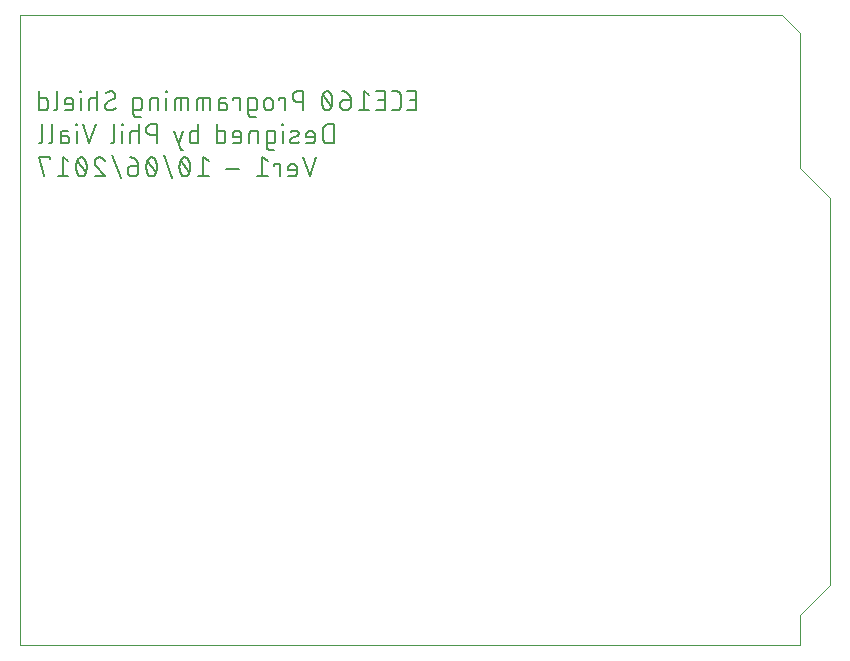
<source format=gbo>
G75*
%MOIN*%
%OFA0B0*%
%FSLAX25Y25*%
%IPPOS*%
%LPD*%
%AMOC8*
5,1,8,0,0,1.08239X$1,22.5*
%
%ADD10C,0.00600*%
%ADD11C,0.00000*%
D10*
X0013078Y0161300D02*
X0011300Y0167700D01*
X0014856Y0167700D01*
X0014856Y0166989D01*
X0019232Y0167700D02*
X0019232Y0161300D01*
X0021010Y0161300D02*
X0017454Y0161300D01*
X0026630Y0162189D02*
X0026690Y0162316D01*
X0026746Y0162445D01*
X0026799Y0162575D01*
X0026849Y0162707D01*
X0026895Y0162840D01*
X0026937Y0162974D01*
X0026976Y0163109D01*
X0027012Y0163246D01*
X0027043Y0163383D01*
X0027071Y0163521D01*
X0027096Y0163659D01*
X0027116Y0163798D01*
X0027133Y0163938D01*
X0027146Y0164078D01*
X0027155Y0164219D01*
X0027161Y0164359D01*
X0027163Y0164500D01*
X0023608Y0164500D02*
X0023610Y0164641D01*
X0023616Y0164781D01*
X0023625Y0164922D01*
X0023638Y0165062D01*
X0023655Y0165202D01*
X0023675Y0165341D01*
X0023700Y0165479D01*
X0023728Y0165617D01*
X0023759Y0165754D01*
X0023795Y0165891D01*
X0023834Y0166026D01*
X0023876Y0166160D01*
X0023922Y0166293D01*
X0023972Y0166425D01*
X0024025Y0166555D01*
X0024081Y0166684D01*
X0024141Y0166811D01*
X0023964Y0166278D02*
X0026808Y0162722D01*
X0025386Y0161300D02*
X0025315Y0161302D01*
X0025244Y0161308D01*
X0025174Y0161317D01*
X0025104Y0161331D01*
X0025035Y0161348D01*
X0024968Y0161368D01*
X0024901Y0161393D01*
X0024836Y0161421D01*
X0024772Y0161452D01*
X0024710Y0161487D01*
X0024650Y0161525D01*
X0024593Y0161566D01*
X0024537Y0161610D01*
X0024484Y0161658D01*
X0024434Y0161708D01*
X0024386Y0161760D01*
X0024341Y0161815D01*
X0024300Y0161873D01*
X0024261Y0161933D01*
X0024226Y0161994D01*
X0024194Y0162058D01*
X0024166Y0162123D01*
X0024141Y0162189D01*
X0025386Y0161300D02*
X0025457Y0161302D01*
X0025528Y0161308D01*
X0025598Y0161317D01*
X0025668Y0161331D01*
X0025737Y0161348D01*
X0025804Y0161368D01*
X0025871Y0161393D01*
X0025936Y0161421D01*
X0026000Y0161452D01*
X0026062Y0161487D01*
X0026122Y0161525D01*
X0026180Y0161566D01*
X0026235Y0161610D01*
X0026288Y0161658D01*
X0026338Y0161708D01*
X0026386Y0161760D01*
X0026431Y0161815D01*
X0026472Y0161873D01*
X0026511Y0161933D01*
X0026546Y0161994D01*
X0026578Y0162058D01*
X0026606Y0162123D01*
X0026631Y0162189D01*
X0024141Y0162189D02*
X0024081Y0162316D01*
X0024025Y0162445D01*
X0023972Y0162575D01*
X0023922Y0162707D01*
X0023876Y0162840D01*
X0023834Y0162974D01*
X0023795Y0163109D01*
X0023759Y0163246D01*
X0023728Y0163383D01*
X0023700Y0163521D01*
X0023675Y0163659D01*
X0023655Y0163798D01*
X0023638Y0163938D01*
X0023625Y0164078D01*
X0023616Y0164219D01*
X0023610Y0164359D01*
X0023608Y0164500D01*
X0027164Y0164500D02*
X0027162Y0164641D01*
X0027156Y0164781D01*
X0027147Y0164922D01*
X0027134Y0165062D01*
X0027117Y0165202D01*
X0027097Y0165341D01*
X0027072Y0165479D01*
X0027044Y0165617D01*
X0027013Y0165754D01*
X0026977Y0165891D01*
X0026938Y0166026D01*
X0026896Y0166160D01*
X0026850Y0166293D01*
X0026800Y0166425D01*
X0026747Y0166555D01*
X0026691Y0166684D01*
X0026631Y0166811D01*
X0026606Y0166877D01*
X0026578Y0166942D01*
X0026546Y0167006D01*
X0026511Y0167067D01*
X0026472Y0167127D01*
X0026431Y0167185D01*
X0026386Y0167240D01*
X0026338Y0167292D01*
X0026288Y0167342D01*
X0026235Y0167390D01*
X0026180Y0167434D01*
X0026122Y0167475D01*
X0026062Y0167513D01*
X0026000Y0167548D01*
X0025936Y0167579D01*
X0025871Y0167607D01*
X0025804Y0167632D01*
X0025737Y0167652D01*
X0025668Y0167669D01*
X0025598Y0167683D01*
X0025528Y0167692D01*
X0025457Y0167698D01*
X0025386Y0167700D01*
X0025315Y0167698D01*
X0025244Y0167692D01*
X0025174Y0167683D01*
X0025104Y0167669D01*
X0025035Y0167652D01*
X0024968Y0167632D01*
X0024901Y0167607D01*
X0024836Y0167579D01*
X0024772Y0167548D01*
X0024710Y0167513D01*
X0024650Y0167475D01*
X0024593Y0167434D01*
X0024537Y0167390D01*
X0024484Y0167342D01*
X0024434Y0167292D01*
X0024386Y0167240D01*
X0024341Y0167185D01*
X0024300Y0167127D01*
X0024261Y0167067D01*
X0024226Y0167006D01*
X0024194Y0166942D01*
X0024166Y0166877D01*
X0024141Y0166811D01*
X0021010Y0166278D02*
X0019232Y0167700D01*
X0018465Y0172300D02*
X0018465Y0175500D01*
X0018465Y0174789D02*
X0020065Y0174789D01*
X0018465Y0175500D02*
X0018467Y0175564D01*
X0018473Y0175629D01*
X0018482Y0175692D01*
X0018496Y0175755D01*
X0018513Y0175817D01*
X0018534Y0175878D01*
X0018559Y0175938D01*
X0018587Y0175996D01*
X0018619Y0176052D01*
X0018654Y0176106D01*
X0018692Y0176158D01*
X0018733Y0176208D01*
X0018778Y0176254D01*
X0018824Y0176299D01*
X0018874Y0176340D01*
X0018926Y0176378D01*
X0018980Y0176413D01*
X0019036Y0176445D01*
X0019094Y0176473D01*
X0019154Y0176498D01*
X0019215Y0176519D01*
X0019277Y0176536D01*
X0019340Y0176550D01*
X0019403Y0176559D01*
X0019468Y0176565D01*
X0019532Y0176567D01*
X0020954Y0176567D01*
X0023756Y0176567D02*
X0023756Y0172300D01*
X0020065Y0172300D02*
X0018465Y0172300D01*
X0020065Y0172300D02*
X0020135Y0172302D01*
X0020204Y0172308D01*
X0020273Y0172318D01*
X0020342Y0172331D01*
X0020409Y0172349D01*
X0020476Y0172370D01*
X0020541Y0172395D01*
X0020605Y0172423D01*
X0020667Y0172455D01*
X0020727Y0172491D01*
X0020785Y0172529D01*
X0020841Y0172571D01*
X0020894Y0172616D01*
X0020945Y0172664D01*
X0020993Y0172715D01*
X0021038Y0172768D01*
X0021080Y0172824D01*
X0021118Y0172882D01*
X0021154Y0172942D01*
X0021186Y0173004D01*
X0021214Y0173068D01*
X0021239Y0173133D01*
X0021260Y0173200D01*
X0021278Y0173267D01*
X0021291Y0173336D01*
X0021301Y0173405D01*
X0021307Y0173474D01*
X0021309Y0173544D01*
X0021307Y0173614D01*
X0021301Y0173683D01*
X0021291Y0173752D01*
X0021278Y0173821D01*
X0021260Y0173888D01*
X0021239Y0173955D01*
X0021214Y0174020D01*
X0021186Y0174084D01*
X0021154Y0174146D01*
X0021118Y0174206D01*
X0021080Y0174264D01*
X0021038Y0174320D01*
X0020993Y0174373D01*
X0020945Y0174424D01*
X0020894Y0174472D01*
X0020841Y0174517D01*
X0020785Y0174559D01*
X0020727Y0174597D01*
X0020667Y0174633D01*
X0020605Y0174665D01*
X0020541Y0174693D01*
X0020476Y0174718D01*
X0020409Y0174739D01*
X0020342Y0174757D01*
X0020273Y0174770D01*
X0020204Y0174780D01*
X0020135Y0174786D01*
X0020065Y0174788D01*
X0023578Y0178344D02*
X0023934Y0178344D01*
X0023934Y0178700D01*
X0023578Y0178700D01*
X0023578Y0178344D01*
X0025931Y0178700D02*
X0028064Y0172300D01*
X0030197Y0178700D01*
X0030731Y0183300D02*
X0030731Y0189700D01*
X0030731Y0187567D02*
X0028954Y0187567D01*
X0028890Y0187565D01*
X0028825Y0187559D01*
X0028762Y0187550D01*
X0028699Y0187536D01*
X0028637Y0187519D01*
X0028576Y0187498D01*
X0028516Y0187473D01*
X0028458Y0187445D01*
X0028402Y0187413D01*
X0028348Y0187378D01*
X0028296Y0187340D01*
X0028246Y0187299D01*
X0028200Y0187254D01*
X0028155Y0187208D01*
X0028114Y0187158D01*
X0028076Y0187106D01*
X0028041Y0187052D01*
X0028009Y0186996D01*
X0027981Y0186938D01*
X0027956Y0186878D01*
X0027935Y0186817D01*
X0027918Y0186755D01*
X0027904Y0186692D01*
X0027895Y0186629D01*
X0027889Y0186564D01*
X0027887Y0186500D01*
X0027887Y0183300D01*
X0025207Y0183300D02*
X0025207Y0187567D01*
X0025029Y0189344D02*
X0025384Y0189344D01*
X0025384Y0189700D01*
X0025029Y0189700D01*
X0025029Y0189344D01*
X0022731Y0186144D02*
X0022731Y0184367D01*
X0022731Y0185433D02*
X0019887Y0185433D01*
X0019887Y0186144D01*
X0019889Y0186218D01*
X0019895Y0186293D01*
X0019905Y0186366D01*
X0019918Y0186440D01*
X0019935Y0186512D01*
X0019957Y0186583D01*
X0019981Y0186654D01*
X0020010Y0186722D01*
X0020042Y0186790D01*
X0020078Y0186855D01*
X0020116Y0186918D01*
X0020159Y0186980D01*
X0020204Y0187039D01*
X0020252Y0187096D01*
X0020303Y0187150D01*
X0020357Y0187201D01*
X0020414Y0187249D01*
X0020473Y0187294D01*
X0020535Y0187337D01*
X0020598Y0187375D01*
X0020663Y0187411D01*
X0020731Y0187443D01*
X0020799Y0187472D01*
X0020870Y0187496D01*
X0020941Y0187518D01*
X0021013Y0187535D01*
X0021087Y0187548D01*
X0021160Y0187558D01*
X0021235Y0187564D01*
X0021309Y0187566D01*
X0021383Y0187564D01*
X0021458Y0187558D01*
X0021531Y0187548D01*
X0021605Y0187535D01*
X0021677Y0187518D01*
X0021748Y0187496D01*
X0021819Y0187472D01*
X0021887Y0187443D01*
X0021955Y0187411D01*
X0022020Y0187375D01*
X0022083Y0187337D01*
X0022145Y0187294D01*
X0022204Y0187249D01*
X0022261Y0187201D01*
X0022315Y0187150D01*
X0022366Y0187096D01*
X0022414Y0187039D01*
X0022459Y0186980D01*
X0022502Y0186918D01*
X0022540Y0186855D01*
X0022576Y0186790D01*
X0022608Y0186722D01*
X0022637Y0186654D01*
X0022661Y0186583D01*
X0022683Y0186512D01*
X0022700Y0186440D01*
X0022713Y0186366D01*
X0022723Y0186293D01*
X0022729Y0186218D01*
X0022731Y0186144D01*
X0022732Y0184367D02*
X0022730Y0184303D01*
X0022724Y0184238D01*
X0022715Y0184175D01*
X0022701Y0184112D01*
X0022684Y0184050D01*
X0022663Y0183989D01*
X0022638Y0183929D01*
X0022610Y0183871D01*
X0022578Y0183815D01*
X0022543Y0183761D01*
X0022505Y0183709D01*
X0022464Y0183659D01*
X0022419Y0183613D01*
X0022373Y0183568D01*
X0022323Y0183527D01*
X0022271Y0183489D01*
X0022217Y0183454D01*
X0022161Y0183422D01*
X0022103Y0183394D01*
X0022043Y0183369D01*
X0021982Y0183348D01*
X0021920Y0183331D01*
X0021857Y0183317D01*
X0021794Y0183308D01*
X0021729Y0183302D01*
X0021665Y0183300D01*
X0019887Y0183300D01*
X0017304Y0184367D02*
X0017304Y0189700D01*
X0014144Y0186500D02*
X0014144Y0184367D01*
X0014145Y0184367D02*
X0014143Y0184303D01*
X0014137Y0184238D01*
X0014128Y0184175D01*
X0014114Y0184112D01*
X0014097Y0184050D01*
X0014076Y0183989D01*
X0014051Y0183929D01*
X0014023Y0183871D01*
X0013991Y0183815D01*
X0013956Y0183761D01*
X0013918Y0183709D01*
X0013877Y0183659D01*
X0013832Y0183613D01*
X0013786Y0183568D01*
X0013736Y0183527D01*
X0013684Y0183489D01*
X0013630Y0183454D01*
X0013574Y0183422D01*
X0013516Y0183394D01*
X0013456Y0183369D01*
X0013395Y0183348D01*
X0013333Y0183331D01*
X0013270Y0183317D01*
X0013207Y0183308D01*
X0013142Y0183302D01*
X0013078Y0183300D01*
X0011300Y0183300D01*
X0011300Y0189700D01*
X0011300Y0187567D02*
X0013078Y0187567D01*
X0013142Y0187565D01*
X0013207Y0187559D01*
X0013270Y0187550D01*
X0013333Y0187536D01*
X0013395Y0187519D01*
X0013456Y0187498D01*
X0013516Y0187473D01*
X0013574Y0187445D01*
X0013630Y0187413D01*
X0013684Y0187378D01*
X0013736Y0187340D01*
X0013786Y0187299D01*
X0013832Y0187254D01*
X0013877Y0187208D01*
X0013918Y0187158D01*
X0013956Y0187106D01*
X0013991Y0187052D01*
X0014023Y0186996D01*
X0014051Y0186938D01*
X0014076Y0186878D01*
X0014097Y0186817D01*
X0014114Y0186755D01*
X0014128Y0186692D01*
X0014137Y0186629D01*
X0014143Y0186564D01*
X0014145Y0186500D01*
X0017305Y0184367D02*
X0017303Y0184303D01*
X0017297Y0184238D01*
X0017288Y0184175D01*
X0017274Y0184112D01*
X0017257Y0184050D01*
X0017236Y0183989D01*
X0017211Y0183929D01*
X0017183Y0183871D01*
X0017151Y0183815D01*
X0017116Y0183761D01*
X0017078Y0183709D01*
X0017037Y0183659D01*
X0016992Y0183613D01*
X0016946Y0183568D01*
X0016896Y0183527D01*
X0016844Y0183489D01*
X0016790Y0183454D01*
X0016734Y0183422D01*
X0016676Y0183394D01*
X0016616Y0183369D01*
X0016555Y0183348D01*
X0016493Y0183331D01*
X0016430Y0183317D01*
X0016367Y0183308D01*
X0016302Y0183302D01*
X0016238Y0183300D01*
X0015649Y0178700D02*
X0015649Y0173367D01*
X0015647Y0173303D01*
X0015641Y0173238D01*
X0015632Y0173175D01*
X0015618Y0173112D01*
X0015601Y0173050D01*
X0015580Y0172989D01*
X0015555Y0172929D01*
X0015527Y0172871D01*
X0015495Y0172815D01*
X0015460Y0172761D01*
X0015422Y0172709D01*
X0015381Y0172659D01*
X0015336Y0172613D01*
X0015290Y0172568D01*
X0015240Y0172527D01*
X0015188Y0172489D01*
X0015134Y0172454D01*
X0015078Y0172422D01*
X0015020Y0172394D01*
X0014960Y0172369D01*
X0014899Y0172348D01*
X0014837Y0172331D01*
X0014774Y0172317D01*
X0014711Y0172308D01*
X0014646Y0172302D01*
X0014582Y0172300D01*
X0012367Y0173367D02*
X0012367Y0178700D01*
X0012367Y0173367D02*
X0012365Y0173303D01*
X0012359Y0173238D01*
X0012350Y0173175D01*
X0012336Y0173112D01*
X0012319Y0173050D01*
X0012298Y0172989D01*
X0012273Y0172929D01*
X0012245Y0172871D01*
X0012213Y0172815D01*
X0012178Y0172761D01*
X0012140Y0172709D01*
X0012099Y0172659D01*
X0012054Y0172613D01*
X0012008Y0172568D01*
X0011958Y0172527D01*
X0011906Y0172489D01*
X0011852Y0172454D01*
X0011796Y0172422D01*
X0011738Y0172394D01*
X0011678Y0172369D01*
X0011617Y0172348D01*
X0011555Y0172331D01*
X0011492Y0172317D01*
X0011429Y0172308D01*
X0011364Y0172302D01*
X0011300Y0172300D01*
X0030295Y0164856D02*
X0033318Y0161300D01*
X0029762Y0161300D01*
X0033318Y0166277D02*
X0033289Y0166362D01*
X0033256Y0166444D01*
X0033219Y0166526D01*
X0033179Y0166606D01*
X0033136Y0166683D01*
X0033089Y0166759D01*
X0033039Y0166833D01*
X0032986Y0166905D01*
X0032930Y0166974D01*
X0032871Y0167041D01*
X0032809Y0167105D01*
X0032744Y0167166D01*
X0032677Y0167225D01*
X0032607Y0167280D01*
X0032535Y0167333D01*
X0032461Y0167382D01*
X0032384Y0167428D01*
X0032306Y0167470D01*
X0032226Y0167510D01*
X0032144Y0167545D01*
X0032061Y0167578D01*
X0031977Y0167606D01*
X0031891Y0167631D01*
X0031804Y0167652D01*
X0031717Y0167669D01*
X0031629Y0167683D01*
X0031540Y0167692D01*
X0031451Y0167698D01*
X0031362Y0167700D01*
X0031283Y0167698D01*
X0031205Y0167692D01*
X0031127Y0167683D01*
X0031050Y0167669D01*
X0030973Y0167652D01*
X0030898Y0167631D01*
X0030823Y0167606D01*
X0030750Y0167578D01*
X0030678Y0167546D01*
X0030608Y0167511D01*
X0030539Y0167472D01*
X0030473Y0167430D01*
X0030409Y0167385D01*
X0030347Y0167337D01*
X0030288Y0167286D01*
X0030231Y0167231D01*
X0030176Y0167174D01*
X0030125Y0167115D01*
X0030077Y0167053D01*
X0030032Y0166989D01*
X0029990Y0166923D01*
X0029951Y0166854D01*
X0029916Y0166784D01*
X0029884Y0166712D01*
X0029856Y0166639D01*
X0029831Y0166564D01*
X0029810Y0166489D01*
X0029793Y0166412D01*
X0029779Y0166335D01*
X0029770Y0166257D01*
X0029764Y0166179D01*
X0029762Y0166100D01*
X0029764Y0166018D01*
X0029770Y0165936D01*
X0029780Y0165855D01*
X0029793Y0165774D01*
X0029811Y0165694D01*
X0029832Y0165615D01*
X0029857Y0165537D01*
X0029885Y0165461D01*
X0029918Y0165385D01*
X0029953Y0165312D01*
X0029993Y0165240D01*
X0030035Y0165170D01*
X0030081Y0165102D01*
X0030130Y0165037D01*
X0030182Y0164974D01*
X0030238Y0164913D01*
X0030295Y0164855D01*
X0035656Y0168411D02*
X0038501Y0160589D01*
X0040839Y0163078D02*
X0040839Y0163433D01*
X0040840Y0163433D02*
X0040842Y0163507D01*
X0040848Y0163582D01*
X0040858Y0163655D01*
X0040871Y0163729D01*
X0040888Y0163801D01*
X0040910Y0163872D01*
X0040934Y0163943D01*
X0040963Y0164011D01*
X0040995Y0164079D01*
X0041031Y0164144D01*
X0041069Y0164207D01*
X0041112Y0164269D01*
X0041157Y0164328D01*
X0041205Y0164385D01*
X0041256Y0164439D01*
X0041310Y0164490D01*
X0041367Y0164538D01*
X0041426Y0164583D01*
X0041488Y0164626D01*
X0041551Y0164664D01*
X0041616Y0164700D01*
X0041684Y0164732D01*
X0041752Y0164761D01*
X0041823Y0164785D01*
X0041894Y0164807D01*
X0041966Y0164824D01*
X0042040Y0164837D01*
X0042113Y0164847D01*
X0042188Y0164853D01*
X0042262Y0164855D01*
X0042262Y0164856D02*
X0044395Y0164856D01*
X0044395Y0163078D01*
X0050016Y0162189D02*
X0050076Y0162316D01*
X0050132Y0162445D01*
X0050185Y0162575D01*
X0050235Y0162707D01*
X0050281Y0162840D01*
X0050323Y0162974D01*
X0050362Y0163109D01*
X0050398Y0163246D01*
X0050429Y0163383D01*
X0050457Y0163521D01*
X0050482Y0163659D01*
X0050502Y0163798D01*
X0050519Y0163938D01*
X0050532Y0164078D01*
X0050541Y0164219D01*
X0050547Y0164359D01*
X0050549Y0164500D01*
X0046993Y0164500D02*
X0046995Y0164641D01*
X0047001Y0164781D01*
X0047010Y0164922D01*
X0047023Y0165062D01*
X0047040Y0165202D01*
X0047060Y0165341D01*
X0047085Y0165479D01*
X0047113Y0165617D01*
X0047144Y0165754D01*
X0047180Y0165891D01*
X0047219Y0166026D01*
X0047261Y0166160D01*
X0047307Y0166293D01*
X0047357Y0166425D01*
X0047410Y0166555D01*
X0047466Y0166684D01*
X0047526Y0166811D01*
X0047349Y0166278D02*
X0050193Y0162722D01*
X0048771Y0161300D02*
X0048700Y0161302D01*
X0048629Y0161308D01*
X0048559Y0161317D01*
X0048489Y0161331D01*
X0048420Y0161348D01*
X0048353Y0161368D01*
X0048286Y0161393D01*
X0048221Y0161421D01*
X0048157Y0161452D01*
X0048095Y0161487D01*
X0048035Y0161525D01*
X0047978Y0161566D01*
X0047922Y0161610D01*
X0047869Y0161658D01*
X0047819Y0161708D01*
X0047771Y0161760D01*
X0047726Y0161815D01*
X0047685Y0161873D01*
X0047646Y0161933D01*
X0047611Y0161994D01*
X0047579Y0162058D01*
X0047551Y0162123D01*
X0047526Y0162189D01*
X0048771Y0161300D02*
X0048842Y0161302D01*
X0048913Y0161308D01*
X0048983Y0161317D01*
X0049053Y0161331D01*
X0049122Y0161348D01*
X0049189Y0161368D01*
X0049256Y0161393D01*
X0049321Y0161421D01*
X0049385Y0161452D01*
X0049447Y0161487D01*
X0049507Y0161525D01*
X0049565Y0161566D01*
X0049620Y0161610D01*
X0049673Y0161658D01*
X0049723Y0161708D01*
X0049771Y0161760D01*
X0049816Y0161815D01*
X0049857Y0161873D01*
X0049896Y0161933D01*
X0049931Y0161994D01*
X0049963Y0162058D01*
X0049991Y0162123D01*
X0050016Y0162189D01*
X0047526Y0162189D02*
X0047466Y0162316D01*
X0047410Y0162445D01*
X0047357Y0162575D01*
X0047307Y0162707D01*
X0047261Y0162840D01*
X0047219Y0162974D01*
X0047180Y0163109D01*
X0047144Y0163246D01*
X0047113Y0163383D01*
X0047085Y0163521D01*
X0047060Y0163659D01*
X0047040Y0163798D01*
X0047023Y0163938D01*
X0047010Y0164078D01*
X0047001Y0164219D01*
X0046995Y0164359D01*
X0046993Y0164500D01*
X0050549Y0164500D02*
X0050547Y0164641D01*
X0050541Y0164781D01*
X0050532Y0164922D01*
X0050519Y0165062D01*
X0050502Y0165202D01*
X0050482Y0165341D01*
X0050457Y0165479D01*
X0050429Y0165617D01*
X0050398Y0165754D01*
X0050362Y0165891D01*
X0050323Y0166026D01*
X0050281Y0166160D01*
X0050235Y0166293D01*
X0050185Y0166425D01*
X0050132Y0166555D01*
X0050076Y0166684D01*
X0050016Y0166811D01*
X0049991Y0166877D01*
X0049963Y0166942D01*
X0049931Y0167006D01*
X0049896Y0167067D01*
X0049857Y0167127D01*
X0049816Y0167185D01*
X0049771Y0167240D01*
X0049723Y0167292D01*
X0049673Y0167342D01*
X0049620Y0167390D01*
X0049565Y0167434D01*
X0049507Y0167475D01*
X0049447Y0167513D01*
X0049385Y0167548D01*
X0049321Y0167579D01*
X0049256Y0167607D01*
X0049189Y0167632D01*
X0049122Y0167652D01*
X0049053Y0167669D01*
X0048983Y0167683D01*
X0048913Y0167692D01*
X0048842Y0167698D01*
X0048771Y0167700D01*
X0048700Y0167698D01*
X0048629Y0167692D01*
X0048559Y0167683D01*
X0048489Y0167669D01*
X0048420Y0167652D01*
X0048353Y0167632D01*
X0048286Y0167607D01*
X0048221Y0167579D01*
X0048157Y0167548D01*
X0048095Y0167513D01*
X0048035Y0167475D01*
X0047978Y0167434D01*
X0047922Y0167390D01*
X0047869Y0167342D01*
X0047819Y0167292D01*
X0047771Y0167240D01*
X0047726Y0167185D01*
X0047685Y0167127D01*
X0047646Y0167067D01*
X0047611Y0167006D01*
X0047579Y0166942D01*
X0047551Y0166877D01*
X0047526Y0166811D01*
X0052887Y0168411D02*
X0055732Y0160589D01*
X0061093Y0162189D02*
X0061153Y0162316D01*
X0061209Y0162445D01*
X0061262Y0162575D01*
X0061312Y0162707D01*
X0061358Y0162840D01*
X0061400Y0162974D01*
X0061439Y0163109D01*
X0061475Y0163246D01*
X0061506Y0163383D01*
X0061534Y0163521D01*
X0061559Y0163659D01*
X0061579Y0163798D01*
X0061596Y0163938D01*
X0061609Y0164078D01*
X0061618Y0164219D01*
X0061624Y0164359D01*
X0061626Y0164500D01*
X0058071Y0164500D02*
X0058073Y0164641D01*
X0058079Y0164781D01*
X0058088Y0164922D01*
X0058101Y0165062D01*
X0058118Y0165202D01*
X0058138Y0165341D01*
X0058163Y0165479D01*
X0058191Y0165617D01*
X0058222Y0165754D01*
X0058258Y0165891D01*
X0058297Y0166026D01*
X0058339Y0166160D01*
X0058385Y0166293D01*
X0058435Y0166425D01*
X0058488Y0166555D01*
X0058544Y0166684D01*
X0058604Y0166811D01*
X0058426Y0166278D02*
X0061271Y0162722D01*
X0059848Y0161300D02*
X0059777Y0161302D01*
X0059706Y0161308D01*
X0059636Y0161317D01*
X0059566Y0161331D01*
X0059497Y0161348D01*
X0059430Y0161368D01*
X0059363Y0161393D01*
X0059298Y0161421D01*
X0059234Y0161452D01*
X0059172Y0161487D01*
X0059112Y0161525D01*
X0059055Y0161566D01*
X0058999Y0161610D01*
X0058946Y0161658D01*
X0058896Y0161708D01*
X0058848Y0161760D01*
X0058803Y0161815D01*
X0058762Y0161873D01*
X0058723Y0161933D01*
X0058688Y0161994D01*
X0058656Y0162058D01*
X0058628Y0162123D01*
X0058603Y0162189D01*
X0059848Y0161300D02*
X0059919Y0161302D01*
X0059990Y0161308D01*
X0060060Y0161317D01*
X0060130Y0161331D01*
X0060199Y0161348D01*
X0060266Y0161368D01*
X0060333Y0161393D01*
X0060398Y0161421D01*
X0060462Y0161452D01*
X0060524Y0161487D01*
X0060584Y0161525D01*
X0060642Y0161566D01*
X0060697Y0161610D01*
X0060750Y0161658D01*
X0060800Y0161708D01*
X0060848Y0161760D01*
X0060893Y0161815D01*
X0060934Y0161873D01*
X0060973Y0161933D01*
X0061008Y0161994D01*
X0061040Y0162058D01*
X0061068Y0162123D01*
X0061093Y0162189D01*
X0058604Y0162189D02*
X0058544Y0162316D01*
X0058488Y0162445D01*
X0058435Y0162575D01*
X0058385Y0162707D01*
X0058339Y0162840D01*
X0058297Y0162974D01*
X0058258Y0163109D01*
X0058222Y0163246D01*
X0058191Y0163383D01*
X0058163Y0163521D01*
X0058138Y0163659D01*
X0058118Y0163798D01*
X0058101Y0163938D01*
X0058088Y0164078D01*
X0058079Y0164219D01*
X0058073Y0164359D01*
X0058071Y0164500D01*
X0061626Y0164500D02*
X0061624Y0164641D01*
X0061618Y0164781D01*
X0061609Y0164922D01*
X0061596Y0165062D01*
X0061579Y0165202D01*
X0061559Y0165341D01*
X0061534Y0165479D01*
X0061506Y0165617D01*
X0061475Y0165754D01*
X0061439Y0165891D01*
X0061400Y0166026D01*
X0061358Y0166160D01*
X0061312Y0166293D01*
X0061262Y0166425D01*
X0061209Y0166555D01*
X0061153Y0166684D01*
X0061093Y0166811D01*
X0061068Y0166877D01*
X0061040Y0166942D01*
X0061008Y0167006D01*
X0060973Y0167067D01*
X0060934Y0167127D01*
X0060893Y0167185D01*
X0060848Y0167240D01*
X0060800Y0167292D01*
X0060750Y0167342D01*
X0060697Y0167390D01*
X0060642Y0167434D01*
X0060584Y0167475D01*
X0060524Y0167513D01*
X0060462Y0167548D01*
X0060398Y0167579D01*
X0060333Y0167607D01*
X0060266Y0167632D01*
X0060199Y0167652D01*
X0060130Y0167669D01*
X0060060Y0167683D01*
X0059990Y0167692D01*
X0059919Y0167698D01*
X0059848Y0167700D01*
X0059777Y0167698D01*
X0059706Y0167692D01*
X0059636Y0167683D01*
X0059566Y0167669D01*
X0059497Y0167652D01*
X0059430Y0167632D01*
X0059363Y0167607D01*
X0059298Y0167579D01*
X0059234Y0167548D01*
X0059172Y0167513D01*
X0059112Y0167475D01*
X0059055Y0167434D01*
X0058999Y0167390D01*
X0058946Y0167342D01*
X0058896Y0167292D01*
X0058848Y0167240D01*
X0058803Y0167185D01*
X0058762Y0167127D01*
X0058723Y0167067D01*
X0058688Y0167006D01*
X0058656Y0166942D01*
X0058628Y0166877D01*
X0058603Y0166811D01*
X0058519Y0170167D02*
X0056386Y0176567D01*
X0059230Y0176567D02*
X0057808Y0172300D01*
X0058519Y0170167D02*
X0059230Y0170167D01*
X0061486Y0173367D02*
X0061486Y0175500D01*
X0061485Y0175500D02*
X0061487Y0175564D01*
X0061493Y0175629D01*
X0061502Y0175692D01*
X0061516Y0175755D01*
X0061533Y0175817D01*
X0061554Y0175878D01*
X0061579Y0175938D01*
X0061607Y0175996D01*
X0061639Y0176052D01*
X0061674Y0176106D01*
X0061712Y0176158D01*
X0061753Y0176208D01*
X0061798Y0176254D01*
X0061844Y0176299D01*
X0061894Y0176340D01*
X0061946Y0176378D01*
X0062000Y0176413D01*
X0062056Y0176445D01*
X0062114Y0176473D01*
X0062174Y0176498D01*
X0062235Y0176519D01*
X0062297Y0176536D01*
X0062360Y0176550D01*
X0062423Y0176559D01*
X0062488Y0176565D01*
X0062552Y0176567D01*
X0064330Y0176567D01*
X0064330Y0178700D02*
X0064330Y0172300D01*
X0062552Y0172300D01*
X0062488Y0172302D01*
X0062423Y0172308D01*
X0062360Y0172317D01*
X0062297Y0172331D01*
X0062235Y0172348D01*
X0062174Y0172369D01*
X0062114Y0172394D01*
X0062056Y0172422D01*
X0062000Y0172454D01*
X0061946Y0172489D01*
X0061894Y0172527D01*
X0061844Y0172568D01*
X0061798Y0172613D01*
X0061753Y0172659D01*
X0061712Y0172709D01*
X0061674Y0172761D01*
X0061639Y0172815D01*
X0061607Y0172871D01*
X0061579Y0172929D01*
X0061554Y0172989D01*
X0061533Y0173050D01*
X0061516Y0173112D01*
X0061502Y0173175D01*
X0061493Y0173238D01*
X0061487Y0173303D01*
X0061485Y0173367D01*
X0066002Y0167700D02*
X0066002Y0161300D01*
X0064225Y0161300D02*
X0067780Y0161300D01*
X0073715Y0163789D02*
X0077982Y0163789D01*
X0083917Y0161300D02*
X0087473Y0161300D01*
X0085695Y0161300D02*
X0085695Y0167700D01*
X0087473Y0166278D01*
X0089464Y0165567D02*
X0089464Y0164856D01*
X0089464Y0165567D02*
X0091597Y0165567D01*
X0091597Y0161300D01*
X0094325Y0161300D02*
X0096102Y0161300D01*
X0096166Y0161302D01*
X0096231Y0161308D01*
X0096294Y0161317D01*
X0096357Y0161331D01*
X0096419Y0161348D01*
X0096480Y0161369D01*
X0096540Y0161394D01*
X0096598Y0161422D01*
X0096654Y0161454D01*
X0096708Y0161489D01*
X0096760Y0161527D01*
X0096810Y0161568D01*
X0096856Y0161613D01*
X0096901Y0161659D01*
X0096942Y0161709D01*
X0096980Y0161761D01*
X0097015Y0161815D01*
X0097047Y0161871D01*
X0097075Y0161929D01*
X0097100Y0161989D01*
X0097121Y0162050D01*
X0097138Y0162112D01*
X0097152Y0162175D01*
X0097161Y0162238D01*
X0097167Y0162303D01*
X0097169Y0162367D01*
X0097169Y0164144D01*
X0097169Y0163433D02*
X0094325Y0163433D01*
X0094325Y0164144D01*
X0094327Y0164218D01*
X0094333Y0164293D01*
X0094343Y0164366D01*
X0094356Y0164440D01*
X0094373Y0164512D01*
X0094395Y0164583D01*
X0094419Y0164654D01*
X0094448Y0164722D01*
X0094480Y0164790D01*
X0094516Y0164855D01*
X0094554Y0164918D01*
X0094597Y0164980D01*
X0094642Y0165039D01*
X0094690Y0165096D01*
X0094741Y0165150D01*
X0094795Y0165201D01*
X0094852Y0165249D01*
X0094911Y0165294D01*
X0094973Y0165337D01*
X0095036Y0165375D01*
X0095101Y0165411D01*
X0095169Y0165443D01*
X0095237Y0165472D01*
X0095308Y0165496D01*
X0095379Y0165518D01*
X0095451Y0165535D01*
X0095525Y0165548D01*
X0095598Y0165558D01*
X0095673Y0165564D01*
X0095747Y0165566D01*
X0095821Y0165564D01*
X0095896Y0165558D01*
X0095969Y0165548D01*
X0096043Y0165535D01*
X0096115Y0165518D01*
X0096186Y0165496D01*
X0096257Y0165472D01*
X0096325Y0165443D01*
X0096393Y0165411D01*
X0096458Y0165375D01*
X0096521Y0165337D01*
X0096583Y0165294D01*
X0096642Y0165249D01*
X0096699Y0165201D01*
X0096753Y0165150D01*
X0096804Y0165096D01*
X0096852Y0165039D01*
X0096897Y0164980D01*
X0096940Y0164918D01*
X0096978Y0164855D01*
X0097014Y0164790D01*
X0097046Y0164722D01*
X0097075Y0164654D01*
X0097099Y0164583D01*
X0097121Y0164512D01*
X0097138Y0164440D01*
X0097151Y0164366D01*
X0097161Y0164293D01*
X0097167Y0164218D01*
X0097169Y0164144D01*
X0099357Y0167700D02*
X0101491Y0161300D01*
X0103624Y0167700D01*
X0102062Y0172300D02*
X0100285Y0172300D01*
X0102062Y0172300D02*
X0102126Y0172302D01*
X0102191Y0172308D01*
X0102254Y0172317D01*
X0102317Y0172331D01*
X0102379Y0172348D01*
X0102440Y0172369D01*
X0102500Y0172394D01*
X0102558Y0172422D01*
X0102614Y0172454D01*
X0102668Y0172489D01*
X0102720Y0172527D01*
X0102770Y0172568D01*
X0102816Y0172613D01*
X0102861Y0172659D01*
X0102902Y0172709D01*
X0102940Y0172761D01*
X0102975Y0172815D01*
X0103007Y0172871D01*
X0103035Y0172929D01*
X0103060Y0172989D01*
X0103081Y0173050D01*
X0103098Y0173112D01*
X0103112Y0173175D01*
X0103121Y0173238D01*
X0103127Y0173303D01*
X0103129Y0173367D01*
X0103129Y0175144D01*
X0103129Y0174433D02*
X0100285Y0174433D01*
X0100285Y0175144D01*
X0100287Y0175218D01*
X0100293Y0175293D01*
X0100303Y0175366D01*
X0100316Y0175440D01*
X0100333Y0175512D01*
X0100355Y0175583D01*
X0100379Y0175654D01*
X0100408Y0175722D01*
X0100440Y0175790D01*
X0100476Y0175855D01*
X0100514Y0175918D01*
X0100557Y0175980D01*
X0100602Y0176039D01*
X0100650Y0176096D01*
X0100701Y0176150D01*
X0100755Y0176201D01*
X0100812Y0176249D01*
X0100871Y0176294D01*
X0100933Y0176337D01*
X0100996Y0176375D01*
X0101061Y0176411D01*
X0101129Y0176443D01*
X0101197Y0176472D01*
X0101268Y0176496D01*
X0101339Y0176518D01*
X0101411Y0176535D01*
X0101485Y0176548D01*
X0101558Y0176558D01*
X0101633Y0176564D01*
X0101707Y0176566D01*
X0101781Y0176564D01*
X0101856Y0176558D01*
X0101929Y0176548D01*
X0102003Y0176535D01*
X0102075Y0176518D01*
X0102146Y0176496D01*
X0102217Y0176472D01*
X0102285Y0176443D01*
X0102353Y0176411D01*
X0102418Y0176375D01*
X0102481Y0176337D01*
X0102543Y0176294D01*
X0102602Y0176249D01*
X0102659Y0176201D01*
X0102713Y0176150D01*
X0102764Y0176096D01*
X0102812Y0176039D01*
X0102857Y0175980D01*
X0102900Y0175918D01*
X0102938Y0175855D01*
X0102974Y0175790D01*
X0103006Y0175722D01*
X0103035Y0175654D01*
X0103059Y0175583D01*
X0103081Y0175512D01*
X0103098Y0175440D01*
X0103111Y0175366D01*
X0103121Y0175293D01*
X0103127Y0175218D01*
X0103129Y0175144D01*
X0105878Y0174078D02*
X0105878Y0176922D01*
X0105880Y0177004D01*
X0105886Y0177086D01*
X0105895Y0177168D01*
X0105908Y0177249D01*
X0105925Y0177329D01*
X0105946Y0177409D01*
X0105970Y0177487D01*
X0105998Y0177564D01*
X0106029Y0177640D01*
X0106064Y0177715D01*
X0106103Y0177787D01*
X0106144Y0177858D01*
X0106189Y0177927D01*
X0106237Y0177993D01*
X0106288Y0178058D01*
X0106342Y0178120D01*
X0106399Y0178179D01*
X0106458Y0178236D01*
X0106520Y0178290D01*
X0106585Y0178341D01*
X0106651Y0178389D01*
X0106720Y0178434D01*
X0106791Y0178475D01*
X0106863Y0178514D01*
X0106938Y0178549D01*
X0107014Y0178580D01*
X0107091Y0178608D01*
X0107169Y0178632D01*
X0107249Y0178653D01*
X0107329Y0178670D01*
X0107410Y0178683D01*
X0107492Y0178692D01*
X0107574Y0178698D01*
X0107656Y0178700D01*
X0109434Y0178700D01*
X0109434Y0172300D01*
X0107656Y0172300D01*
X0107574Y0172302D01*
X0107492Y0172308D01*
X0107410Y0172317D01*
X0107329Y0172330D01*
X0107249Y0172347D01*
X0107169Y0172368D01*
X0107091Y0172392D01*
X0107014Y0172420D01*
X0106938Y0172451D01*
X0106863Y0172486D01*
X0106791Y0172525D01*
X0106720Y0172566D01*
X0106651Y0172611D01*
X0106585Y0172659D01*
X0106520Y0172710D01*
X0106458Y0172764D01*
X0106399Y0172821D01*
X0106342Y0172880D01*
X0106288Y0172942D01*
X0106237Y0173007D01*
X0106189Y0173073D01*
X0106144Y0173142D01*
X0106103Y0173213D01*
X0106064Y0173285D01*
X0106029Y0173360D01*
X0105998Y0173436D01*
X0105970Y0173513D01*
X0105946Y0173591D01*
X0105925Y0173671D01*
X0105908Y0173751D01*
X0105895Y0173832D01*
X0105886Y0173914D01*
X0105880Y0173996D01*
X0105878Y0174078D01*
X0097262Y0174789D02*
X0095485Y0174078D01*
X0095430Y0174054D01*
X0095377Y0174027D01*
X0095326Y0173996D01*
X0095277Y0173962D01*
X0095231Y0173925D01*
X0095187Y0173885D01*
X0095145Y0173843D01*
X0095107Y0173797D01*
X0095071Y0173750D01*
X0095039Y0173700D01*
X0095009Y0173648D01*
X0094984Y0173594D01*
X0094961Y0173539D01*
X0094943Y0173483D01*
X0094928Y0173425D01*
X0094916Y0173367D01*
X0094909Y0173308D01*
X0094905Y0173248D01*
X0094906Y0173189D01*
X0094910Y0173129D01*
X0094918Y0173070D01*
X0094929Y0173012D01*
X0094945Y0172955D01*
X0094964Y0172898D01*
X0094986Y0172843D01*
X0095013Y0172790D01*
X0095042Y0172738D01*
X0095075Y0172689D01*
X0095111Y0172641D01*
X0095150Y0172596D01*
X0095192Y0172554D01*
X0095236Y0172514D01*
X0095283Y0172478D01*
X0095332Y0172444D01*
X0095383Y0172414D01*
X0095436Y0172387D01*
X0095491Y0172363D01*
X0095547Y0172344D01*
X0095604Y0172327D01*
X0095663Y0172315D01*
X0095721Y0172306D01*
X0095781Y0172301D01*
X0095840Y0172300D01*
X0095306Y0176211D02*
X0095414Y0176258D01*
X0095524Y0176301D01*
X0095635Y0176342D01*
X0095747Y0176379D01*
X0095859Y0176413D01*
X0095973Y0176444D01*
X0096088Y0176471D01*
X0096204Y0176495D01*
X0096320Y0176515D01*
X0096436Y0176532D01*
X0096553Y0176546D01*
X0096671Y0176556D01*
X0096788Y0176563D01*
X0096906Y0176567D01*
X0096907Y0176567D02*
X0096966Y0176566D01*
X0097026Y0176561D01*
X0097084Y0176552D01*
X0097143Y0176540D01*
X0097200Y0176523D01*
X0097256Y0176504D01*
X0097311Y0176480D01*
X0097364Y0176453D01*
X0097415Y0176423D01*
X0097464Y0176389D01*
X0097511Y0176353D01*
X0097555Y0176313D01*
X0097597Y0176271D01*
X0097636Y0176226D01*
X0097672Y0176178D01*
X0097705Y0176129D01*
X0097734Y0176077D01*
X0097761Y0176024D01*
X0097783Y0175969D01*
X0097802Y0175912D01*
X0097818Y0175855D01*
X0097829Y0175797D01*
X0097837Y0175738D01*
X0097841Y0175678D01*
X0097842Y0175619D01*
X0097838Y0175559D01*
X0097831Y0175500D01*
X0097819Y0175442D01*
X0097804Y0175384D01*
X0097786Y0175328D01*
X0097763Y0175273D01*
X0097738Y0175219D01*
X0097708Y0175167D01*
X0097676Y0175117D01*
X0097640Y0175070D01*
X0097602Y0175024D01*
X0097560Y0174982D01*
X0097516Y0174942D01*
X0097470Y0174905D01*
X0097421Y0174871D01*
X0097370Y0174840D01*
X0097317Y0174813D01*
X0097262Y0174789D01*
X0097796Y0172655D02*
X0097651Y0172605D01*
X0097504Y0172559D01*
X0097357Y0172516D01*
X0097208Y0172477D01*
X0097058Y0172442D01*
X0096908Y0172410D01*
X0096757Y0172383D01*
X0096605Y0172359D01*
X0096453Y0172340D01*
X0096300Y0172324D01*
X0096147Y0172312D01*
X0095994Y0172304D01*
X0095840Y0172300D01*
X0092476Y0172300D02*
X0092476Y0176567D01*
X0092298Y0178344D02*
X0092654Y0178344D01*
X0092654Y0178700D01*
X0092298Y0178700D01*
X0092298Y0178344D01*
X0090029Y0175500D02*
X0090029Y0173367D01*
X0090030Y0173367D02*
X0090028Y0173303D01*
X0090022Y0173238D01*
X0090013Y0173175D01*
X0089999Y0173112D01*
X0089982Y0173050D01*
X0089961Y0172989D01*
X0089936Y0172929D01*
X0089908Y0172871D01*
X0089876Y0172815D01*
X0089841Y0172761D01*
X0089803Y0172709D01*
X0089762Y0172659D01*
X0089717Y0172613D01*
X0089671Y0172568D01*
X0089621Y0172527D01*
X0089569Y0172489D01*
X0089515Y0172454D01*
X0089459Y0172422D01*
X0089401Y0172394D01*
X0089341Y0172369D01*
X0089280Y0172348D01*
X0089218Y0172331D01*
X0089155Y0172317D01*
X0089092Y0172308D01*
X0089027Y0172302D01*
X0088963Y0172300D01*
X0087185Y0172300D01*
X0087185Y0171233D02*
X0087185Y0176567D01*
X0088963Y0176567D01*
X0089027Y0176565D01*
X0089092Y0176559D01*
X0089155Y0176550D01*
X0089218Y0176536D01*
X0089280Y0176519D01*
X0089341Y0176498D01*
X0089401Y0176473D01*
X0089459Y0176445D01*
X0089515Y0176413D01*
X0089569Y0176378D01*
X0089621Y0176340D01*
X0089671Y0176299D01*
X0089717Y0176254D01*
X0089762Y0176208D01*
X0089803Y0176158D01*
X0089841Y0176106D01*
X0089876Y0176052D01*
X0089908Y0175996D01*
X0089936Y0175938D01*
X0089961Y0175878D01*
X0089982Y0175817D01*
X0089999Y0175755D01*
X0090013Y0175692D01*
X0090022Y0175629D01*
X0090028Y0175564D01*
X0090030Y0175500D01*
X0087185Y0171233D02*
X0087187Y0171169D01*
X0087193Y0171104D01*
X0087202Y0171041D01*
X0087216Y0170978D01*
X0087233Y0170916D01*
X0087254Y0170855D01*
X0087279Y0170795D01*
X0087307Y0170737D01*
X0087339Y0170681D01*
X0087374Y0170627D01*
X0087412Y0170575D01*
X0087453Y0170525D01*
X0087498Y0170479D01*
X0087544Y0170434D01*
X0087594Y0170393D01*
X0087646Y0170355D01*
X0087700Y0170320D01*
X0087756Y0170288D01*
X0087814Y0170260D01*
X0087874Y0170235D01*
X0087935Y0170214D01*
X0087997Y0170197D01*
X0088060Y0170183D01*
X0088123Y0170174D01*
X0088188Y0170168D01*
X0088252Y0170166D01*
X0088252Y0170167D02*
X0089674Y0170167D01*
X0084257Y0172300D02*
X0084257Y0176567D01*
X0082479Y0176567D01*
X0082415Y0176565D01*
X0082350Y0176559D01*
X0082287Y0176550D01*
X0082224Y0176536D01*
X0082162Y0176519D01*
X0082101Y0176498D01*
X0082041Y0176473D01*
X0081983Y0176445D01*
X0081927Y0176413D01*
X0081873Y0176378D01*
X0081821Y0176340D01*
X0081771Y0176299D01*
X0081725Y0176254D01*
X0081680Y0176208D01*
X0081639Y0176158D01*
X0081601Y0176106D01*
X0081566Y0176052D01*
X0081534Y0175996D01*
X0081506Y0175938D01*
X0081481Y0175878D01*
X0081460Y0175817D01*
X0081443Y0175755D01*
X0081429Y0175692D01*
X0081420Y0175629D01*
X0081414Y0175564D01*
X0081412Y0175500D01*
X0081412Y0172300D01*
X0078718Y0173367D02*
X0078718Y0175144D01*
X0078718Y0174433D02*
X0075874Y0174433D01*
X0075874Y0175144D01*
X0075876Y0175218D01*
X0075882Y0175293D01*
X0075892Y0175366D01*
X0075905Y0175440D01*
X0075922Y0175512D01*
X0075944Y0175583D01*
X0075968Y0175654D01*
X0075997Y0175722D01*
X0076029Y0175790D01*
X0076065Y0175855D01*
X0076103Y0175918D01*
X0076146Y0175980D01*
X0076191Y0176039D01*
X0076239Y0176096D01*
X0076290Y0176150D01*
X0076344Y0176201D01*
X0076401Y0176249D01*
X0076460Y0176294D01*
X0076522Y0176337D01*
X0076585Y0176375D01*
X0076650Y0176411D01*
X0076718Y0176443D01*
X0076786Y0176472D01*
X0076857Y0176496D01*
X0076928Y0176518D01*
X0077000Y0176535D01*
X0077074Y0176548D01*
X0077147Y0176558D01*
X0077222Y0176564D01*
X0077296Y0176566D01*
X0077370Y0176564D01*
X0077445Y0176558D01*
X0077518Y0176548D01*
X0077592Y0176535D01*
X0077664Y0176518D01*
X0077735Y0176496D01*
X0077806Y0176472D01*
X0077874Y0176443D01*
X0077942Y0176411D01*
X0078007Y0176375D01*
X0078070Y0176337D01*
X0078132Y0176294D01*
X0078191Y0176249D01*
X0078248Y0176201D01*
X0078302Y0176150D01*
X0078353Y0176096D01*
X0078401Y0176039D01*
X0078446Y0175980D01*
X0078489Y0175918D01*
X0078527Y0175855D01*
X0078563Y0175790D01*
X0078595Y0175722D01*
X0078624Y0175654D01*
X0078648Y0175583D01*
X0078670Y0175512D01*
X0078687Y0175440D01*
X0078700Y0175366D01*
X0078710Y0175293D01*
X0078716Y0175218D01*
X0078718Y0175144D01*
X0078719Y0173367D02*
X0078717Y0173303D01*
X0078711Y0173238D01*
X0078702Y0173175D01*
X0078688Y0173112D01*
X0078671Y0173050D01*
X0078650Y0172989D01*
X0078625Y0172929D01*
X0078597Y0172871D01*
X0078565Y0172815D01*
X0078530Y0172761D01*
X0078492Y0172709D01*
X0078451Y0172659D01*
X0078406Y0172613D01*
X0078360Y0172568D01*
X0078310Y0172527D01*
X0078258Y0172489D01*
X0078204Y0172454D01*
X0078148Y0172422D01*
X0078090Y0172394D01*
X0078030Y0172369D01*
X0077969Y0172348D01*
X0077907Y0172331D01*
X0077844Y0172317D01*
X0077781Y0172308D01*
X0077716Y0172302D01*
X0077652Y0172300D01*
X0075874Y0172300D01*
X0073414Y0173367D02*
X0073414Y0175500D01*
X0073412Y0175564D01*
X0073406Y0175629D01*
X0073397Y0175692D01*
X0073383Y0175755D01*
X0073366Y0175817D01*
X0073345Y0175878D01*
X0073320Y0175938D01*
X0073292Y0175996D01*
X0073260Y0176052D01*
X0073225Y0176106D01*
X0073187Y0176158D01*
X0073146Y0176208D01*
X0073101Y0176254D01*
X0073055Y0176299D01*
X0073005Y0176340D01*
X0072953Y0176378D01*
X0072899Y0176413D01*
X0072843Y0176445D01*
X0072785Y0176473D01*
X0072725Y0176498D01*
X0072664Y0176519D01*
X0072602Y0176536D01*
X0072539Y0176550D01*
X0072476Y0176559D01*
X0072411Y0176565D01*
X0072347Y0176567D01*
X0070569Y0176567D01*
X0070569Y0178700D02*
X0070569Y0172300D01*
X0072347Y0172300D01*
X0072411Y0172302D01*
X0072476Y0172308D01*
X0072539Y0172317D01*
X0072602Y0172331D01*
X0072664Y0172348D01*
X0072725Y0172369D01*
X0072785Y0172394D01*
X0072843Y0172422D01*
X0072899Y0172454D01*
X0072953Y0172489D01*
X0073005Y0172527D01*
X0073055Y0172568D01*
X0073101Y0172613D01*
X0073146Y0172659D01*
X0073187Y0172709D01*
X0073225Y0172761D01*
X0073260Y0172815D01*
X0073292Y0172871D01*
X0073320Y0172929D01*
X0073345Y0172989D01*
X0073366Y0173050D01*
X0073383Y0173112D01*
X0073397Y0173175D01*
X0073406Y0173238D01*
X0073412Y0173303D01*
X0073414Y0173367D01*
X0067780Y0166278D02*
X0066002Y0167700D01*
X0050477Y0172300D02*
X0050477Y0178700D01*
X0048699Y0178700D01*
X0048616Y0178698D01*
X0048533Y0178692D01*
X0048450Y0178682D01*
X0048367Y0178669D01*
X0048286Y0178651D01*
X0048205Y0178630D01*
X0048126Y0178605D01*
X0048048Y0178576D01*
X0047971Y0178544D01*
X0047896Y0178508D01*
X0047822Y0178469D01*
X0047751Y0178426D01*
X0047681Y0178380D01*
X0047614Y0178330D01*
X0047549Y0178278D01*
X0047487Y0178223D01*
X0047427Y0178164D01*
X0047370Y0178103D01*
X0047316Y0178040D01*
X0047265Y0177974D01*
X0047218Y0177905D01*
X0047173Y0177835D01*
X0047132Y0177762D01*
X0047095Y0177688D01*
X0047060Y0177612D01*
X0047030Y0177534D01*
X0047003Y0177456D01*
X0046980Y0177375D01*
X0046960Y0177294D01*
X0046945Y0177212D01*
X0046933Y0177130D01*
X0046925Y0177047D01*
X0046921Y0176964D01*
X0046921Y0176880D01*
X0046925Y0176797D01*
X0046933Y0176714D01*
X0046945Y0176632D01*
X0046960Y0176550D01*
X0046980Y0176469D01*
X0047003Y0176388D01*
X0047030Y0176310D01*
X0047060Y0176232D01*
X0047095Y0176156D01*
X0047132Y0176082D01*
X0047173Y0176009D01*
X0047218Y0175939D01*
X0047265Y0175870D01*
X0047316Y0175804D01*
X0047370Y0175741D01*
X0047427Y0175680D01*
X0047487Y0175621D01*
X0047549Y0175566D01*
X0047614Y0175514D01*
X0047681Y0175464D01*
X0047751Y0175418D01*
X0047822Y0175375D01*
X0047896Y0175336D01*
X0047971Y0175300D01*
X0048048Y0175268D01*
X0048126Y0175239D01*
X0048205Y0175214D01*
X0048286Y0175193D01*
X0048367Y0175175D01*
X0048450Y0175162D01*
X0048533Y0175152D01*
X0048616Y0175146D01*
X0048699Y0175144D01*
X0050477Y0175144D01*
X0044461Y0176567D02*
X0042683Y0176567D01*
X0042619Y0176565D01*
X0042554Y0176559D01*
X0042491Y0176550D01*
X0042428Y0176536D01*
X0042366Y0176519D01*
X0042305Y0176498D01*
X0042245Y0176473D01*
X0042187Y0176445D01*
X0042131Y0176413D01*
X0042077Y0176378D01*
X0042025Y0176340D01*
X0041975Y0176299D01*
X0041929Y0176254D01*
X0041884Y0176208D01*
X0041843Y0176158D01*
X0041805Y0176106D01*
X0041770Y0176052D01*
X0041738Y0175996D01*
X0041710Y0175938D01*
X0041685Y0175878D01*
X0041664Y0175817D01*
X0041647Y0175755D01*
X0041633Y0175692D01*
X0041624Y0175629D01*
X0041618Y0175564D01*
X0041616Y0175500D01*
X0041616Y0172300D01*
X0038936Y0172300D02*
X0038936Y0176567D01*
X0038758Y0178344D02*
X0039114Y0178344D01*
X0039114Y0178700D01*
X0038758Y0178700D01*
X0038758Y0178344D01*
X0036367Y0178700D02*
X0036367Y0173367D01*
X0036368Y0173367D02*
X0036366Y0173303D01*
X0036360Y0173238D01*
X0036351Y0173175D01*
X0036337Y0173112D01*
X0036320Y0173050D01*
X0036299Y0172989D01*
X0036274Y0172929D01*
X0036246Y0172871D01*
X0036214Y0172815D01*
X0036179Y0172761D01*
X0036141Y0172709D01*
X0036100Y0172659D01*
X0036055Y0172613D01*
X0036009Y0172568D01*
X0035959Y0172527D01*
X0035907Y0172489D01*
X0035853Y0172454D01*
X0035797Y0172422D01*
X0035739Y0172394D01*
X0035679Y0172369D01*
X0035618Y0172348D01*
X0035556Y0172331D01*
X0035493Y0172317D01*
X0035430Y0172308D01*
X0035365Y0172302D01*
X0035301Y0172300D01*
X0044461Y0172300D02*
X0044461Y0178700D01*
X0043752Y0181167D02*
X0045174Y0181167D01*
X0043752Y0181166D02*
X0043688Y0181168D01*
X0043623Y0181174D01*
X0043560Y0181183D01*
X0043497Y0181197D01*
X0043435Y0181214D01*
X0043374Y0181235D01*
X0043314Y0181260D01*
X0043256Y0181288D01*
X0043200Y0181320D01*
X0043146Y0181355D01*
X0043094Y0181393D01*
X0043044Y0181434D01*
X0042998Y0181479D01*
X0042953Y0181525D01*
X0042912Y0181575D01*
X0042874Y0181627D01*
X0042839Y0181681D01*
X0042807Y0181737D01*
X0042779Y0181795D01*
X0042754Y0181855D01*
X0042733Y0181916D01*
X0042716Y0181978D01*
X0042702Y0182041D01*
X0042693Y0182104D01*
X0042687Y0182169D01*
X0042685Y0182233D01*
X0042686Y0182233D02*
X0042686Y0187567D01*
X0044463Y0187567D01*
X0044527Y0187565D01*
X0044592Y0187559D01*
X0044655Y0187550D01*
X0044718Y0187536D01*
X0044780Y0187519D01*
X0044841Y0187498D01*
X0044901Y0187473D01*
X0044959Y0187445D01*
X0045015Y0187413D01*
X0045069Y0187378D01*
X0045121Y0187340D01*
X0045171Y0187299D01*
X0045217Y0187254D01*
X0045262Y0187208D01*
X0045303Y0187158D01*
X0045341Y0187106D01*
X0045376Y0187052D01*
X0045408Y0186996D01*
X0045436Y0186938D01*
X0045461Y0186878D01*
X0045482Y0186817D01*
X0045499Y0186755D01*
X0045513Y0186692D01*
X0045522Y0186629D01*
X0045528Y0186564D01*
X0045530Y0186500D01*
X0045530Y0184367D01*
X0045528Y0184303D01*
X0045522Y0184238D01*
X0045513Y0184175D01*
X0045499Y0184112D01*
X0045482Y0184050D01*
X0045461Y0183989D01*
X0045436Y0183929D01*
X0045408Y0183871D01*
X0045376Y0183815D01*
X0045341Y0183761D01*
X0045303Y0183709D01*
X0045262Y0183659D01*
X0045217Y0183613D01*
X0045171Y0183568D01*
X0045121Y0183527D01*
X0045069Y0183489D01*
X0045015Y0183454D01*
X0044959Y0183422D01*
X0044901Y0183394D01*
X0044841Y0183369D01*
X0044780Y0183348D01*
X0044718Y0183331D01*
X0044655Y0183317D01*
X0044592Y0183308D01*
X0044527Y0183302D01*
X0044463Y0183300D01*
X0042686Y0183300D01*
X0048195Y0183300D02*
X0048195Y0186500D01*
X0048197Y0186564D01*
X0048203Y0186629D01*
X0048212Y0186692D01*
X0048226Y0186755D01*
X0048243Y0186817D01*
X0048264Y0186878D01*
X0048289Y0186938D01*
X0048317Y0186996D01*
X0048349Y0187052D01*
X0048384Y0187106D01*
X0048422Y0187158D01*
X0048463Y0187208D01*
X0048508Y0187254D01*
X0048554Y0187299D01*
X0048604Y0187340D01*
X0048656Y0187378D01*
X0048710Y0187413D01*
X0048766Y0187445D01*
X0048824Y0187473D01*
X0048884Y0187498D01*
X0048945Y0187519D01*
X0049007Y0187536D01*
X0049070Y0187550D01*
X0049133Y0187559D01*
X0049198Y0187565D01*
X0049262Y0187567D01*
X0051040Y0187567D01*
X0051040Y0183300D01*
X0053720Y0183300D02*
X0053720Y0187567D01*
X0053542Y0189344D02*
X0053898Y0189344D01*
X0053898Y0189700D01*
X0053542Y0189700D01*
X0053542Y0189344D01*
X0056510Y0186500D02*
X0056510Y0183300D01*
X0058643Y0183300D02*
X0058643Y0187567D01*
X0057577Y0187567D02*
X0060777Y0187567D01*
X0060777Y0183300D01*
X0063895Y0183300D02*
X0063895Y0186500D01*
X0063897Y0186564D01*
X0063903Y0186629D01*
X0063912Y0186692D01*
X0063926Y0186755D01*
X0063943Y0186817D01*
X0063964Y0186878D01*
X0063989Y0186938D01*
X0064017Y0186996D01*
X0064049Y0187052D01*
X0064084Y0187106D01*
X0064122Y0187158D01*
X0064163Y0187208D01*
X0064208Y0187254D01*
X0064254Y0187299D01*
X0064304Y0187340D01*
X0064356Y0187378D01*
X0064410Y0187413D01*
X0064466Y0187445D01*
X0064524Y0187473D01*
X0064584Y0187498D01*
X0064645Y0187519D01*
X0064707Y0187536D01*
X0064770Y0187550D01*
X0064833Y0187559D01*
X0064898Y0187565D01*
X0064962Y0187567D01*
X0068162Y0187567D01*
X0068162Y0183300D01*
X0066028Y0183300D02*
X0066028Y0187567D01*
X0071199Y0186500D02*
X0071199Y0183300D01*
X0072799Y0183300D01*
X0072869Y0183302D01*
X0072938Y0183308D01*
X0073007Y0183318D01*
X0073076Y0183331D01*
X0073143Y0183349D01*
X0073210Y0183370D01*
X0073275Y0183395D01*
X0073339Y0183423D01*
X0073401Y0183455D01*
X0073461Y0183491D01*
X0073519Y0183529D01*
X0073575Y0183571D01*
X0073628Y0183616D01*
X0073679Y0183664D01*
X0073727Y0183715D01*
X0073772Y0183768D01*
X0073814Y0183824D01*
X0073852Y0183882D01*
X0073888Y0183942D01*
X0073920Y0184004D01*
X0073948Y0184068D01*
X0073973Y0184133D01*
X0073994Y0184200D01*
X0074012Y0184267D01*
X0074025Y0184336D01*
X0074035Y0184405D01*
X0074041Y0184474D01*
X0074043Y0184544D01*
X0074041Y0184614D01*
X0074035Y0184683D01*
X0074025Y0184752D01*
X0074012Y0184821D01*
X0073994Y0184888D01*
X0073973Y0184955D01*
X0073948Y0185020D01*
X0073920Y0185084D01*
X0073888Y0185146D01*
X0073852Y0185206D01*
X0073814Y0185264D01*
X0073772Y0185320D01*
X0073727Y0185373D01*
X0073679Y0185424D01*
X0073628Y0185472D01*
X0073575Y0185517D01*
X0073519Y0185559D01*
X0073461Y0185597D01*
X0073401Y0185633D01*
X0073339Y0185665D01*
X0073275Y0185693D01*
X0073210Y0185718D01*
X0073143Y0185739D01*
X0073076Y0185757D01*
X0073007Y0185770D01*
X0072938Y0185780D01*
X0072869Y0185786D01*
X0072799Y0185788D01*
X0072799Y0185789D02*
X0071199Y0185789D01*
X0071199Y0186500D02*
X0071201Y0186564D01*
X0071207Y0186629D01*
X0071216Y0186692D01*
X0071230Y0186755D01*
X0071247Y0186817D01*
X0071268Y0186878D01*
X0071293Y0186938D01*
X0071321Y0186996D01*
X0071353Y0187052D01*
X0071388Y0187106D01*
X0071426Y0187158D01*
X0071467Y0187208D01*
X0071512Y0187254D01*
X0071558Y0187299D01*
X0071608Y0187340D01*
X0071660Y0187378D01*
X0071714Y0187413D01*
X0071770Y0187445D01*
X0071828Y0187473D01*
X0071888Y0187498D01*
X0071949Y0187519D01*
X0072011Y0187536D01*
X0072074Y0187550D01*
X0072137Y0187559D01*
X0072202Y0187565D01*
X0072266Y0187567D01*
X0073688Y0187567D01*
X0075951Y0187567D02*
X0075951Y0186856D01*
X0075951Y0187567D02*
X0078084Y0187567D01*
X0078084Y0183300D01*
X0081046Y0183300D02*
X0082823Y0183300D01*
X0082887Y0183302D01*
X0082952Y0183308D01*
X0083015Y0183317D01*
X0083078Y0183331D01*
X0083140Y0183348D01*
X0083201Y0183369D01*
X0083261Y0183394D01*
X0083319Y0183422D01*
X0083375Y0183454D01*
X0083429Y0183489D01*
X0083481Y0183527D01*
X0083531Y0183568D01*
X0083577Y0183613D01*
X0083622Y0183659D01*
X0083663Y0183709D01*
X0083701Y0183761D01*
X0083736Y0183815D01*
X0083768Y0183871D01*
X0083796Y0183929D01*
X0083821Y0183989D01*
X0083842Y0184050D01*
X0083859Y0184112D01*
X0083873Y0184175D01*
X0083882Y0184238D01*
X0083888Y0184303D01*
X0083890Y0184367D01*
X0083890Y0186500D01*
X0083888Y0186564D01*
X0083882Y0186629D01*
X0083873Y0186692D01*
X0083859Y0186755D01*
X0083842Y0186817D01*
X0083821Y0186878D01*
X0083796Y0186938D01*
X0083768Y0186996D01*
X0083736Y0187052D01*
X0083701Y0187106D01*
X0083663Y0187158D01*
X0083622Y0187208D01*
X0083577Y0187254D01*
X0083531Y0187299D01*
X0083481Y0187340D01*
X0083429Y0187378D01*
X0083375Y0187413D01*
X0083319Y0187445D01*
X0083261Y0187473D01*
X0083201Y0187498D01*
X0083140Y0187519D01*
X0083078Y0187536D01*
X0083015Y0187550D01*
X0082952Y0187559D01*
X0082887Y0187565D01*
X0082823Y0187567D01*
X0081046Y0187567D01*
X0081046Y0182233D01*
X0081045Y0182233D02*
X0081047Y0182169D01*
X0081053Y0182104D01*
X0081062Y0182041D01*
X0081076Y0181978D01*
X0081093Y0181916D01*
X0081114Y0181855D01*
X0081139Y0181795D01*
X0081167Y0181737D01*
X0081199Y0181681D01*
X0081234Y0181627D01*
X0081272Y0181575D01*
X0081313Y0181525D01*
X0081358Y0181479D01*
X0081404Y0181434D01*
X0081454Y0181393D01*
X0081506Y0181355D01*
X0081560Y0181320D01*
X0081616Y0181288D01*
X0081674Y0181260D01*
X0081734Y0181235D01*
X0081795Y0181214D01*
X0081857Y0181197D01*
X0081920Y0181183D01*
X0081983Y0181174D01*
X0082048Y0181168D01*
X0082112Y0181166D01*
X0082112Y0181167D02*
X0083534Y0181167D01*
X0086350Y0184722D02*
X0086350Y0186144D01*
X0086352Y0186218D01*
X0086358Y0186293D01*
X0086368Y0186366D01*
X0086381Y0186440D01*
X0086398Y0186512D01*
X0086420Y0186583D01*
X0086444Y0186654D01*
X0086473Y0186722D01*
X0086505Y0186790D01*
X0086541Y0186855D01*
X0086579Y0186918D01*
X0086622Y0186980D01*
X0086667Y0187039D01*
X0086715Y0187096D01*
X0086766Y0187150D01*
X0086820Y0187201D01*
X0086877Y0187249D01*
X0086936Y0187294D01*
X0086998Y0187337D01*
X0087061Y0187375D01*
X0087126Y0187411D01*
X0087194Y0187443D01*
X0087262Y0187472D01*
X0087333Y0187496D01*
X0087404Y0187518D01*
X0087476Y0187535D01*
X0087550Y0187548D01*
X0087623Y0187558D01*
X0087698Y0187564D01*
X0087772Y0187566D01*
X0087846Y0187564D01*
X0087921Y0187558D01*
X0087994Y0187548D01*
X0088068Y0187535D01*
X0088140Y0187518D01*
X0088211Y0187496D01*
X0088282Y0187472D01*
X0088350Y0187443D01*
X0088418Y0187411D01*
X0088483Y0187375D01*
X0088546Y0187337D01*
X0088608Y0187294D01*
X0088667Y0187249D01*
X0088724Y0187201D01*
X0088778Y0187150D01*
X0088829Y0187096D01*
X0088877Y0187039D01*
X0088922Y0186980D01*
X0088965Y0186918D01*
X0089003Y0186855D01*
X0089039Y0186790D01*
X0089071Y0186722D01*
X0089100Y0186654D01*
X0089124Y0186583D01*
X0089146Y0186512D01*
X0089163Y0186440D01*
X0089176Y0186366D01*
X0089186Y0186293D01*
X0089192Y0186218D01*
X0089194Y0186144D01*
X0089195Y0186144D02*
X0089195Y0184722D01*
X0089194Y0184722D02*
X0089192Y0184648D01*
X0089186Y0184573D01*
X0089176Y0184500D01*
X0089163Y0184426D01*
X0089146Y0184354D01*
X0089124Y0184283D01*
X0089100Y0184212D01*
X0089071Y0184144D01*
X0089039Y0184076D01*
X0089003Y0184011D01*
X0088965Y0183948D01*
X0088922Y0183886D01*
X0088877Y0183827D01*
X0088829Y0183770D01*
X0088778Y0183716D01*
X0088724Y0183665D01*
X0088667Y0183617D01*
X0088608Y0183572D01*
X0088546Y0183529D01*
X0088483Y0183491D01*
X0088418Y0183455D01*
X0088350Y0183423D01*
X0088282Y0183394D01*
X0088211Y0183370D01*
X0088140Y0183348D01*
X0088068Y0183331D01*
X0087994Y0183318D01*
X0087921Y0183308D01*
X0087846Y0183302D01*
X0087772Y0183300D01*
X0087698Y0183302D01*
X0087623Y0183308D01*
X0087550Y0183318D01*
X0087476Y0183331D01*
X0087404Y0183348D01*
X0087333Y0183370D01*
X0087262Y0183394D01*
X0087194Y0183423D01*
X0087126Y0183455D01*
X0087061Y0183491D01*
X0086998Y0183529D01*
X0086936Y0183572D01*
X0086877Y0183617D01*
X0086820Y0183665D01*
X0086766Y0183716D01*
X0086715Y0183770D01*
X0086667Y0183827D01*
X0086622Y0183886D01*
X0086579Y0183948D01*
X0086541Y0184011D01*
X0086505Y0184076D01*
X0086473Y0184144D01*
X0086444Y0184212D01*
X0086420Y0184283D01*
X0086398Y0184354D01*
X0086381Y0184426D01*
X0086368Y0184500D01*
X0086358Y0184573D01*
X0086352Y0184648D01*
X0086350Y0184722D01*
X0091131Y0186856D02*
X0091131Y0187567D01*
X0093264Y0187567D01*
X0093264Y0183300D01*
X0097536Y0186144D02*
X0099314Y0186144D01*
X0097536Y0186144D02*
X0097453Y0186146D01*
X0097370Y0186152D01*
X0097287Y0186162D01*
X0097204Y0186175D01*
X0097123Y0186193D01*
X0097042Y0186214D01*
X0096963Y0186239D01*
X0096885Y0186268D01*
X0096808Y0186300D01*
X0096733Y0186336D01*
X0096659Y0186375D01*
X0096588Y0186418D01*
X0096518Y0186464D01*
X0096451Y0186514D01*
X0096386Y0186566D01*
X0096324Y0186621D01*
X0096264Y0186680D01*
X0096207Y0186741D01*
X0096153Y0186804D01*
X0096102Y0186870D01*
X0096055Y0186939D01*
X0096010Y0187009D01*
X0095969Y0187082D01*
X0095932Y0187156D01*
X0095897Y0187232D01*
X0095867Y0187310D01*
X0095840Y0187388D01*
X0095817Y0187469D01*
X0095797Y0187550D01*
X0095782Y0187632D01*
X0095770Y0187714D01*
X0095762Y0187797D01*
X0095758Y0187880D01*
X0095758Y0187964D01*
X0095762Y0188047D01*
X0095770Y0188130D01*
X0095782Y0188212D01*
X0095797Y0188294D01*
X0095817Y0188375D01*
X0095840Y0188456D01*
X0095867Y0188534D01*
X0095897Y0188612D01*
X0095932Y0188688D01*
X0095969Y0188762D01*
X0096010Y0188835D01*
X0096055Y0188905D01*
X0096102Y0188974D01*
X0096153Y0189040D01*
X0096207Y0189103D01*
X0096264Y0189164D01*
X0096324Y0189223D01*
X0096386Y0189278D01*
X0096451Y0189330D01*
X0096518Y0189380D01*
X0096588Y0189426D01*
X0096659Y0189469D01*
X0096733Y0189508D01*
X0096808Y0189544D01*
X0096885Y0189576D01*
X0096963Y0189605D01*
X0097042Y0189630D01*
X0097123Y0189651D01*
X0097204Y0189669D01*
X0097287Y0189682D01*
X0097370Y0189692D01*
X0097453Y0189698D01*
X0097536Y0189700D01*
X0099314Y0189700D01*
X0099314Y0183300D01*
X0108505Y0184189D02*
X0108565Y0184316D01*
X0108621Y0184445D01*
X0108674Y0184575D01*
X0108724Y0184707D01*
X0108770Y0184840D01*
X0108812Y0184974D01*
X0108851Y0185109D01*
X0108887Y0185246D01*
X0108918Y0185383D01*
X0108946Y0185521D01*
X0108971Y0185659D01*
X0108991Y0185798D01*
X0109008Y0185938D01*
X0109021Y0186078D01*
X0109030Y0186219D01*
X0109036Y0186359D01*
X0109038Y0186500D01*
X0105482Y0186500D02*
X0105484Y0186641D01*
X0105490Y0186781D01*
X0105499Y0186922D01*
X0105512Y0187062D01*
X0105529Y0187202D01*
X0105549Y0187341D01*
X0105574Y0187479D01*
X0105602Y0187617D01*
X0105633Y0187754D01*
X0105669Y0187891D01*
X0105708Y0188026D01*
X0105750Y0188160D01*
X0105796Y0188293D01*
X0105846Y0188425D01*
X0105899Y0188555D01*
X0105955Y0188684D01*
X0106015Y0188811D01*
X0105838Y0188278D02*
X0108682Y0184722D01*
X0107260Y0183300D02*
X0107189Y0183302D01*
X0107118Y0183308D01*
X0107048Y0183317D01*
X0106978Y0183331D01*
X0106909Y0183348D01*
X0106842Y0183368D01*
X0106775Y0183393D01*
X0106710Y0183421D01*
X0106646Y0183452D01*
X0106584Y0183487D01*
X0106524Y0183525D01*
X0106467Y0183566D01*
X0106411Y0183610D01*
X0106358Y0183658D01*
X0106308Y0183708D01*
X0106260Y0183760D01*
X0106215Y0183815D01*
X0106174Y0183873D01*
X0106135Y0183933D01*
X0106100Y0183994D01*
X0106068Y0184058D01*
X0106040Y0184123D01*
X0106015Y0184189D01*
X0107260Y0183300D02*
X0107331Y0183302D01*
X0107402Y0183308D01*
X0107472Y0183317D01*
X0107542Y0183331D01*
X0107611Y0183348D01*
X0107678Y0183368D01*
X0107745Y0183393D01*
X0107810Y0183421D01*
X0107874Y0183452D01*
X0107936Y0183487D01*
X0107996Y0183525D01*
X0108054Y0183566D01*
X0108109Y0183610D01*
X0108162Y0183658D01*
X0108212Y0183708D01*
X0108260Y0183760D01*
X0108305Y0183815D01*
X0108346Y0183873D01*
X0108385Y0183933D01*
X0108420Y0183994D01*
X0108452Y0184058D01*
X0108480Y0184123D01*
X0108505Y0184189D01*
X0106016Y0184189D02*
X0105956Y0184316D01*
X0105900Y0184445D01*
X0105847Y0184575D01*
X0105797Y0184707D01*
X0105751Y0184840D01*
X0105709Y0184974D01*
X0105670Y0185109D01*
X0105634Y0185246D01*
X0105603Y0185383D01*
X0105575Y0185521D01*
X0105550Y0185659D01*
X0105530Y0185798D01*
X0105513Y0185938D01*
X0105500Y0186078D01*
X0105491Y0186219D01*
X0105485Y0186359D01*
X0105483Y0186500D01*
X0109038Y0186500D02*
X0109036Y0186641D01*
X0109030Y0186781D01*
X0109021Y0186922D01*
X0109008Y0187062D01*
X0108991Y0187202D01*
X0108971Y0187341D01*
X0108946Y0187479D01*
X0108918Y0187617D01*
X0108887Y0187754D01*
X0108851Y0187891D01*
X0108812Y0188026D01*
X0108770Y0188160D01*
X0108724Y0188293D01*
X0108674Y0188425D01*
X0108621Y0188555D01*
X0108565Y0188684D01*
X0108505Y0188811D01*
X0107260Y0189700D02*
X0107189Y0189698D01*
X0107118Y0189692D01*
X0107048Y0189683D01*
X0106978Y0189669D01*
X0106909Y0189652D01*
X0106842Y0189632D01*
X0106775Y0189607D01*
X0106710Y0189579D01*
X0106646Y0189548D01*
X0106584Y0189513D01*
X0106524Y0189475D01*
X0106467Y0189434D01*
X0106411Y0189390D01*
X0106358Y0189342D01*
X0106308Y0189292D01*
X0106260Y0189240D01*
X0106215Y0189185D01*
X0106174Y0189127D01*
X0106135Y0189067D01*
X0106100Y0189006D01*
X0106068Y0188942D01*
X0106040Y0188877D01*
X0106015Y0188811D01*
X0107260Y0189700D02*
X0107331Y0189698D01*
X0107402Y0189692D01*
X0107472Y0189683D01*
X0107542Y0189669D01*
X0107611Y0189652D01*
X0107678Y0189632D01*
X0107745Y0189607D01*
X0107810Y0189579D01*
X0107874Y0189548D01*
X0107936Y0189513D01*
X0107996Y0189475D01*
X0108054Y0189434D01*
X0108109Y0189390D01*
X0108162Y0189342D01*
X0108212Y0189292D01*
X0108260Y0189240D01*
X0108305Y0189185D01*
X0108346Y0189127D01*
X0108385Y0189067D01*
X0108420Y0189006D01*
X0108452Y0188942D01*
X0108480Y0188877D01*
X0108505Y0188811D01*
X0112348Y0189700D02*
X0112452Y0189698D01*
X0112556Y0189692D01*
X0112659Y0189683D01*
X0112762Y0189670D01*
X0112865Y0189653D01*
X0112966Y0189632D01*
X0113067Y0189608D01*
X0113167Y0189579D01*
X0113266Y0189548D01*
X0113364Y0189512D01*
X0113460Y0189473D01*
X0113555Y0189431D01*
X0113648Y0189385D01*
X0113740Y0189336D01*
X0113830Y0189284D01*
X0113917Y0189228D01*
X0114003Y0189169D01*
X0114086Y0189107D01*
X0114167Y0189042D01*
X0114246Y0188974D01*
X0114322Y0188903D01*
X0114395Y0188830D01*
X0114466Y0188754D01*
X0114534Y0188675D01*
X0114599Y0188594D01*
X0114661Y0188511D01*
X0114720Y0188425D01*
X0114776Y0188338D01*
X0114828Y0188248D01*
X0114877Y0188156D01*
X0114923Y0188063D01*
X0114965Y0187968D01*
X0115004Y0187872D01*
X0115040Y0187774D01*
X0115071Y0187675D01*
X0115100Y0187575D01*
X0115124Y0187474D01*
X0115145Y0187373D01*
X0115162Y0187270D01*
X0115175Y0187167D01*
X0115184Y0187064D01*
X0115190Y0186960D01*
X0115192Y0186856D01*
X0115192Y0185078D01*
X0115192Y0186856D02*
X0113059Y0186856D01*
X0113059Y0186855D02*
X0112985Y0186853D01*
X0112910Y0186847D01*
X0112837Y0186837D01*
X0112763Y0186824D01*
X0112691Y0186807D01*
X0112620Y0186785D01*
X0112549Y0186761D01*
X0112481Y0186732D01*
X0112413Y0186700D01*
X0112348Y0186664D01*
X0112285Y0186626D01*
X0112223Y0186583D01*
X0112164Y0186538D01*
X0112107Y0186490D01*
X0112053Y0186439D01*
X0112002Y0186385D01*
X0111954Y0186328D01*
X0111909Y0186269D01*
X0111866Y0186207D01*
X0111828Y0186144D01*
X0111792Y0186079D01*
X0111760Y0186011D01*
X0111731Y0185943D01*
X0111707Y0185872D01*
X0111685Y0185801D01*
X0111668Y0185729D01*
X0111655Y0185655D01*
X0111645Y0185582D01*
X0111639Y0185507D01*
X0111637Y0185433D01*
X0111636Y0185433D02*
X0111636Y0185078D01*
X0111638Y0184995D01*
X0111644Y0184912D01*
X0111654Y0184829D01*
X0111667Y0184746D01*
X0111685Y0184665D01*
X0111706Y0184584D01*
X0111731Y0184505D01*
X0111760Y0184427D01*
X0111792Y0184350D01*
X0111828Y0184275D01*
X0111867Y0184201D01*
X0111910Y0184130D01*
X0111956Y0184060D01*
X0112006Y0183993D01*
X0112058Y0183928D01*
X0112113Y0183866D01*
X0112172Y0183806D01*
X0112233Y0183749D01*
X0112296Y0183695D01*
X0112362Y0183644D01*
X0112431Y0183597D01*
X0112501Y0183552D01*
X0112574Y0183511D01*
X0112648Y0183474D01*
X0112724Y0183439D01*
X0112802Y0183409D01*
X0112880Y0183382D01*
X0112961Y0183359D01*
X0113042Y0183339D01*
X0113124Y0183324D01*
X0113206Y0183312D01*
X0113289Y0183304D01*
X0113372Y0183300D01*
X0113456Y0183300D01*
X0113539Y0183304D01*
X0113622Y0183312D01*
X0113704Y0183324D01*
X0113786Y0183339D01*
X0113867Y0183359D01*
X0113948Y0183382D01*
X0114026Y0183409D01*
X0114104Y0183439D01*
X0114180Y0183474D01*
X0114254Y0183511D01*
X0114327Y0183552D01*
X0114397Y0183597D01*
X0114466Y0183644D01*
X0114532Y0183695D01*
X0114595Y0183749D01*
X0114656Y0183806D01*
X0114715Y0183866D01*
X0114770Y0183928D01*
X0114822Y0183993D01*
X0114872Y0184060D01*
X0114918Y0184130D01*
X0114961Y0184201D01*
X0115000Y0184275D01*
X0115036Y0184350D01*
X0115068Y0184427D01*
X0115097Y0184505D01*
X0115122Y0184584D01*
X0115143Y0184665D01*
X0115161Y0184746D01*
X0115174Y0184829D01*
X0115184Y0184912D01*
X0115190Y0184995D01*
X0115192Y0185078D01*
X0117790Y0183300D02*
X0121346Y0183300D01*
X0119568Y0183300D02*
X0119568Y0189700D01*
X0121346Y0188278D01*
X0123618Y0189700D02*
X0126463Y0189700D01*
X0126463Y0183300D01*
X0123618Y0183300D01*
X0124329Y0186856D02*
X0126463Y0186856D01*
X0128979Y0189700D02*
X0130401Y0189700D01*
X0130475Y0189698D01*
X0130550Y0189692D01*
X0130623Y0189682D01*
X0130697Y0189669D01*
X0130769Y0189652D01*
X0130840Y0189630D01*
X0130911Y0189606D01*
X0130979Y0189577D01*
X0131047Y0189545D01*
X0131112Y0189509D01*
X0131175Y0189471D01*
X0131237Y0189428D01*
X0131296Y0189383D01*
X0131353Y0189335D01*
X0131407Y0189284D01*
X0131458Y0189230D01*
X0131506Y0189173D01*
X0131551Y0189114D01*
X0131594Y0189052D01*
X0131632Y0188989D01*
X0131668Y0188924D01*
X0131700Y0188856D01*
X0131729Y0188788D01*
X0131753Y0188717D01*
X0131775Y0188646D01*
X0131792Y0188574D01*
X0131805Y0188500D01*
X0131815Y0188427D01*
X0131821Y0188352D01*
X0131823Y0188278D01*
X0131823Y0184722D01*
X0131821Y0184648D01*
X0131815Y0184573D01*
X0131805Y0184500D01*
X0131792Y0184426D01*
X0131775Y0184354D01*
X0131753Y0184283D01*
X0131729Y0184212D01*
X0131700Y0184144D01*
X0131668Y0184076D01*
X0131632Y0184011D01*
X0131594Y0183948D01*
X0131551Y0183886D01*
X0131506Y0183827D01*
X0131458Y0183770D01*
X0131407Y0183716D01*
X0131353Y0183665D01*
X0131296Y0183617D01*
X0131237Y0183572D01*
X0131175Y0183529D01*
X0131112Y0183491D01*
X0131047Y0183455D01*
X0130979Y0183423D01*
X0130911Y0183394D01*
X0130840Y0183370D01*
X0130769Y0183348D01*
X0130697Y0183331D01*
X0130623Y0183318D01*
X0130550Y0183308D01*
X0130475Y0183302D01*
X0130401Y0183300D01*
X0128979Y0183300D01*
X0134080Y0183300D02*
X0136924Y0183300D01*
X0136924Y0189700D01*
X0134080Y0189700D01*
X0134791Y0186856D02*
X0136924Y0186856D01*
X0057577Y0187567D02*
X0057513Y0187565D01*
X0057448Y0187559D01*
X0057385Y0187550D01*
X0057322Y0187536D01*
X0057260Y0187519D01*
X0057199Y0187498D01*
X0057139Y0187473D01*
X0057081Y0187445D01*
X0057025Y0187413D01*
X0056971Y0187378D01*
X0056919Y0187340D01*
X0056869Y0187299D01*
X0056823Y0187254D01*
X0056778Y0187208D01*
X0056737Y0187158D01*
X0056699Y0187106D01*
X0056664Y0187052D01*
X0056632Y0186996D01*
X0056604Y0186938D01*
X0056579Y0186878D01*
X0056558Y0186817D01*
X0056541Y0186755D01*
X0056527Y0186692D01*
X0056518Y0186629D01*
X0056512Y0186564D01*
X0056510Y0186500D01*
X0035942Y0187033D02*
X0033986Y0185967D01*
X0034697Y0183300D02*
X0034805Y0183302D01*
X0034912Y0183308D01*
X0035020Y0183317D01*
X0035127Y0183331D01*
X0035233Y0183348D01*
X0035339Y0183369D01*
X0035444Y0183394D01*
X0035548Y0183423D01*
X0035651Y0183455D01*
X0035752Y0183491D01*
X0035852Y0183531D01*
X0035951Y0183574D01*
X0036048Y0183621D01*
X0036144Y0183671D01*
X0036237Y0183725D01*
X0036329Y0183782D01*
X0036418Y0183842D01*
X0036505Y0183905D01*
X0036590Y0183972D01*
X0036673Y0184041D01*
X0036753Y0184114D01*
X0036830Y0184189D01*
X0033987Y0185966D02*
X0033923Y0185926D01*
X0033862Y0185883D01*
X0033803Y0185837D01*
X0033746Y0185788D01*
X0033692Y0185736D01*
X0033641Y0185682D01*
X0033593Y0185624D01*
X0033547Y0185565D01*
X0033505Y0185503D01*
X0033466Y0185438D01*
X0033431Y0185372D01*
X0033399Y0185305D01*
X0033370Y0185235D01*
X0033345Y0185165D01*
X0033324Y0185093D01*
X0033307Y0185020D01*
X0033293Y0184946D01*
X0033284Y0184872D01*
X0033278Y0184797D01*
X0033276Y0184722D01*
X0033275Y0184722D02*
X0033277Y0184648D01*
X0033283Y0184573D01*
X0033293Y0184500D01*
X0033306Y0184426D01*
X0033323Y0184354D01*
X0033345Y0184283D01*
X0033369Y0184212D01*
X0033398Y0184144D01*
X0033430Y0184076D01*
X0033466Y0184011D01*
X0033504Y0183948D01*
X0033547Y0183886D01*
X0033592Y0183827D01*
X0033640Y0183770D01*
X0033691Y0183716D01*
X0033745Y0183665D01*
X0033802Y0183617D01*
X0033861Y0183572D01*
X0033923Y0183529D01*
X0033986Y0183491D01*
X0034051Y0183455D01*
X0034119Y0183423D01*
X0034187Y0183394D01*
X0034258Y0183370D01*
X0034329Y0183348D01*
X0034401Y0183331D01*
X0034475Y0183318D01*
X0034548Y0183308D01*
X0034623Y0183302D01*
X0034697Y0183300D01*
X0033631Y0189167D02*
X0033713Y0189226D01*
X0033797Y0189282D01*
X0033883Y0189334D01*
X0033971Y0189384D01*
X0034061Y0189430D01*
X0034152Y0189472D01*
X0034245Y0189511D01*
X0034340Y0189547D01*
X0034436Y0189579D01*
X0034533Y0189607D01*
X0034630Y0189632D01*
X0034729Y0189652D01*
X0034829Y0189669D01*
X0034929Y0189683D01*
X0035029Y0189692D01*
X0035130Y0189698D01*
X0035231Y0189700D01*
X0035305Y0189698D01*
X0035380Y0189692D01*
X0035453Y0189682D01*
X0035527Y0189669D01*
X0035599Y0189652D01*
X0035670Y0189630D01*
X0035741Y0189606D01*
X0035809Y0189577D01*
X0035877Y0189545D01*
X0035942Y0189509D01*
X0036005Y0189471D01*
X0036067Y0189428D01*
X0036126Y0189383D01*
X0036183Y0189335D01*
X0036237Y0189284D01*
X0036288Y0189230D01*
X0036336Y0189173D01*
X0036381Y0189114D01*
X0036424Y0189052D01*
X0036462Y0188989D01*
X0036498Y0188924D01*
X0036530Y0188856D01*
X0036559Y0188788D01*
X0036583Y0188717D01*
X0036605Y0188646D01*
X0036622Y0188574D01*
X0036635Y0188500D01*
X0036645Y0188427D01*
X0036651Y0188352D01*
X0036653Y0188278D01*
X0036651Y0188203D01*
X0036645Y0188128D01*
X0036636Y0188054D01*
X0036622Y0187980D01*
X0036605Y0187907D01*
X0036584Y0187835D01*
X0036559Y0187765D01*
X0036530Y0187695D01*
X0036498Y0187628D01*
X0036463Y0187562D01*
X0036424Y0187497D01*
X0036382Y0187435D01*
X0036336Y0187376D01*
X0036288Y0187318D01*
X0036237Y0187264D01*
X0036183Y0187212D01*
X0036126Y0187163D01*
X0036067Y0187117D01*
X0036006Y0187074D01*
X0035942Y0187034D01*
X0041550Y0167700D02*
X0041654Y0167698D01*
X0041758Y0167692D01*
X0041861Y0167683D01*
X0041964Y0167670D01*
X0042067Y0167653D01*
X0042168Y0167632D01*
X0042269Y0167608D01*
X0042369Y0167579D01*
X0042468Y0167548D01*
X0042566Y0167512D01*
X0042662Y0167473D01*
X0042757Y0167431D01*
X0042850Y0167385D01*
X0042942Y0167336D01*
X0043032Y0167284D01*
X0043119Y0167228D01*
X0043205Y0167169D01*
X0043288Y0167107D01*
X0043369Y0167042D01*
X0043448Y0166974D01*
X0043524Y0166903D01*
X0043597Y0166830D01*
X0043668Y0166754D01*
X0043736Y0166675D01*
X0043801Y0166594D01*
X0043863Y0166511D01*
X0043922Y0166425D01*
X0043978Y0166338D01*
X0044030Y0166248D01*
X0044079Y0166156D01*
X0044125Y0166063D01*
X0044167Y0165968D01*
X0044206Y0165872D01*
X0044242Y0165774D01*
X0044273Y0165675D01*
X0044302Y0165575D01*
X0044326Y0165474D01*
X0044347Y0165373D01*
X0044364Y0165270D01*
X0044377Y0165167D01*
X0044386Y0165064D01*
X0044392Y0164960D01*
X0044394Y0164856D01*
X0044395Y0163078D02*
X0044393Y0162995D01*
X0044387Y0162912D01*
X0044377Y0162829D01*
X0044364Y0162746D01*
X0044346Y0162665D01*
X0044325Y0162584D01*
X0044300Y0162505D01*
X0044271Y0162427D01*
X0044239Y0162350D01*
X0044203Y0162275D01*
X0044164Y0162201D01*
X0044121Y0162130D01*
X0044075Y0162060D01*
X0044025Y0161993D01*
X0043973Y0161928D01*
X0043918Y0161866D01*
X0043859Y0161806D01*
X0043798Y0161749D01*
X0043735Y0161695D01*
X0043669Y0161644D01*
X0043600Y0161597D01*
X0043530Y0161552D01*
X0043457Y0161511D01*
X0043383Y0161474D01*
X0043307Y0161439D01*
X0043229Y0161409D01*
X0043151Y0161382D01*
X0043070Y0161359D01*
X0042989Y0161339D01*
X0042907Y0161324D01*
X0042825Y0161312D01*
X0042742Y0161304D01*
X0042659Y0161300D01*
X0042575Y0161300D01*
X0042492Y0161304D01*
X0042409Y0161312D01*
X0042327Y0161324D01*
X0042245Y0161339D01*
X0042164Y0161359D01*
X0042083Y0161382D01*
X0042005Y0161409D01*
X0041927Y0161439D01*
X0041851Y0161474D01*
X0041777Y0161511D01*
X0041704Y0161552D01*
X0041634Y0161597D01*
X0041565Y0161644D01*
X0041499Y0161695D01*
X0041436Y0161749D01*
X0041375Y0161806D01*
X0041316Y0161866D01*
X0041261Y0161928D01*
X0041209Y0161993D01*
X0041159Y0162060D01*
X0041113Y0162130D01*
X0041070Y0162201D01*
X0041031Y0162275D01*
X0040995Y0162350D01*
X0040963Y0162427D01*
X0040934Y0162505D01*
X0040909Y0162584D01*
X0040888Y0162665D01*
X0040870Y0162746D01*
X0040857Y0162829D01*
X0040847Y0162912D01*
X0040841Y0162995D01*
X0040839Y0163078D01*
D11*
X0005000Y0215000D02*
X0005000Y0005000D01*
X0265000Y0005000D01*
X0265000Y0015000D01*
X0275000Y0025000D01*
X0275000Y0154000D01*
X0265000Y0164000D01*
X0265000Y0209000D01*
X0259000Y0215000D01*
X0005000Y0215000D01*
M02*

</source>
